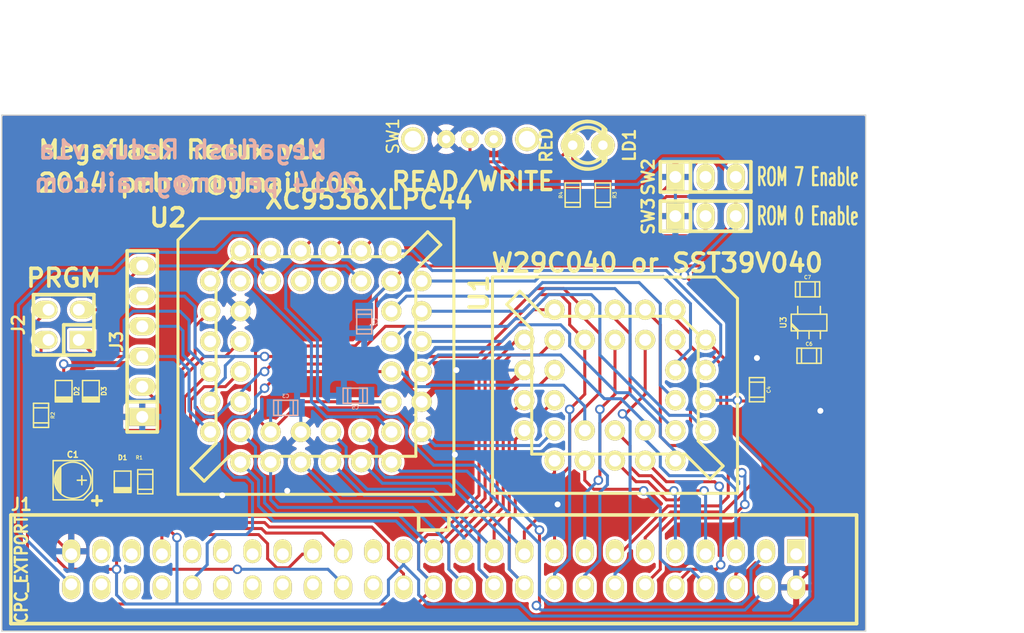
<source format=kicad_pcb>
(kicad_pcb (version 20221018) (generator pcbnew)
  (title_block (title "Megaflash redux") (date "Friday, 18 April 2014") (company "James Churchill (pelrun)") (comment 2 "wubba lubba dub dubs!"))
  (layers (0 "F.Cu" signal) (31 "B.Cu" signal) (34 "B.Paste" user) (35 "F.Paste" user) (36 "B.SilkS" user) (37 "F.SilkS" user) (38 "B.Mask" user) (39 "F.Mask" user) (44 "Edge.Cuts" user))
  (net 0 "")
  (net 1 "+3.3V")
  (net 2 "/A0")
  (net 3 "/A1")
  (net 4 "/A10")
  (net 5 "/A11")
  (net 6 "/A12")
  (net 7 "/A13")
  (net 8 "/A14")
  (net 9 "/A14EXT")
  (net 10 "/A15")
  (net 11 "/A15EXT")
  (net 12 "/A16")
  (net 13 "/A17")
  (net 14 "/A18")
  (net 15 "/A2")
  (net 16 "/A3")
  (net 17 "/A4")
  (net 18 "/A5")
  (net 19 "/A6")
  (net 20 "/A7")
  (net 21 "/A8")
  (net 22 "/A9")
  (net 23 "/CLK")
  (net 24 "/D0")
  (net 25 "/D1")
  (net 26 "/D2")
  (net 27 "/D3")
  (net 28 "/D4")
  (net 29 "/D5")
  (net 30 "/D6")
  (net 31 "/D7")
  (net 32 "/ROM0EN")
  (net 33 "/ROM7EN")
  (net 34 "/ROMDIS")
  (net 35 "/~{CE}")
  (net 36 "/~{IORQ}")
  (net 37 "/~{MREQ}")
  (net 38 "/~{RD}")
  (net 39 "/~{RD}WR")
  (net 40 "/~{ROMEN}")
  (net 41 "/~{WR}")
  (net 42 "/~{WREN}")
  (net 43 "GND")
  (net 44 "N-000001")
  (net 45 "N-0000031")
  (net 46 "N-0000034")
  (net 47 "N-0000037")
  (net 48 "N-0000039")
  (net 49 "N-0000041")
  (net 50 "N-0000042")
  (net 51 "N-0000043")
  (net 52 "N-0000044")
  (net 53 "N-0000045")
  (net 54 "N-0000046")
  (net 55 "N-0000047")
  (net 56 "N-0000048")
  (net 57 "N-0000049")
  (net 58 "N-0000050")
  (net 59 "N-0000051")
  (net 60 "N-0000052")
  (net 61 "N-0000053")
  (net 62 "N-0000054")
  (net 63 "N-0000055")
  (net 64 "N-0000056")
  (net 65 "N-0000059")
  (net 66 "N-0000060")
  (net 67 "N-0000061")
  (net 68 "N-0000062")
  (net 69 "N-0000063")
  (net 70 "N-0000069")
  (net 71 "N-0000070")
  (net 72 "N-0000073")
  (net 73 "VCC")
  (footprint "c_elec_3x5.3" (layer "F.Cu") (at 78.867 139.827)
    (fp_text reference "C1")
    (fp_text value "100u" hide)
  )
  (footprint "vasch_strip_25x2" (layer "F.Cu") (at 109.22 147.32 180)
    (fp_text reference "J1")
    (fp_text value "CPC_EXTPORT")
  )
  (footprint "r_0805" (layer "F.Cu") (at 84.963 139.954 -90)
    (fp_text reference "R1")
    (fp_text value "1k" hide)
  )
  (footprint "r_0805" (layer "F.Cu") (at 123.444 115.824 -90)
    (fp_text reference "R3")
    (fp_text value "1k" hide)
  )
  (footprint "plcc32_pth-skt" (layer "F.Cu") (at 124.46 131.826 90)
    (fp_text reference "U1")
    (fp_text value "W29C040 or SST39V040")
  )
  (footprint "c_0805" (layer "F.Cu") (at 136.398 132.207 -90)
    (fp_text reference "C4")
    (fp_text value "10n" hide)
  )
  (footprint "sod323" (layer "F.Cu") (at 83.058 139.954 -90)
    (fp_text reference "D1")
    (fp_text value "DIODE" hide)
  )
  (footprint "pin_strip_3" (layer "F.Cu") (at 132.08 114.3)
    (fp_text reference "SW2")
    (fp_text value "ROM0ENABLE" hide)
  )
  (footprint "pin_strip_3" (layer "F.Cu") (at 132.08 117.602)
    (fp_text reference "SW3")
    (fp_text value "ROM7ENABLE" hide)
  )
  (footprint "plcc44_pth-skt" (layer "F.Cu") (at 99.314 129.413 180)
    (fp_text reference "U2")
    (fp_text value "XC9536XLPC44")
  )
  (footprint "sod323" (layer "F.Cu") (at 78.105 132.334 -90)
    (fp_text reference "D2")
    (fp_text value "DIODE" hide)
  )
  (footprint "sod323" (layer "F.Cu") (at 80.391 132.334 -90)
    (fp_text reference "D3")
    (fp_text value "DIODE" hide)
  )
  (footprint "pin_strip_2x2" (layer "F.Cu") (at 78.105 126.746 90)
    (fp_text reference "J2")
    (fp_text value "PROG" hide)
  )
  (footprint "r_0805" (layer "F.Cu") (at 76.2 134.366 -90)
    (fp_text reference "R2")
    (fp_text value "10k" hide)
  )
  (footprint "led_3mm_red" (layer "F.Cu") (at 122.174 111.633 90)
    (fp_text reference "LD1")
    (fp_text value "RED")
  )
  (footprint "pin_strip_6" (layer "F.Cu") (at 84.709 128.143 90)
    (fp_text reference "J3")
    (fp_text value "JTAG" hide)
  )
  (footprint "switch-eg1213-spdt" (layer "F.Cu") (at 112.268 111.125)
    (fp_text reference "SW1")
    (fp_text value "~{READ}/WRITE" hide)
  )
  (footprint "r_0805" (layer "F.Cu") (at 120.904 115.824 90)
    (fp_text reference "R4")
    (fp_text value "10k" hide)
  )
  (footprint "c_0805" (layer "F.Cu") (at 140.7795 129.3495)
    (fp_text reference "C6")
    (fp_text value "1u" hide)
  )
  (footprint "c_0805" (layer "F.Cu") (at 140.6525 123.7615 180)
    (fp_text reference "C7")
    (fp_text value "1u" hide)
  )
  (footprint "sot23-5" (layer "F.Cu") (at 140.7795 126.5555)
    (fp_text reference "U3")
    (fp_text value "TLV70033" hide)
  )
  (footprint "c_0805" (layer "B.Cu") (at 103.378 126.492 90)
    (fp_text reference "C2")
    (fp_text value "10n" hide)
  )
  (footprint "c_0805" (layer "B.Cu") (at 96.774 133.731 180)
    (fp_text reference "C3")
    (fp_text value "10n" hide)
  )
  (footprint "c_0805" (layer "B.Cu") (at 102.616 132.715)
    (fp_text reference "C5")
    (fp_text value "10n" hide)
  )
  (gr_line (start 72.898 109.093) (end 145.542 109.093) (stroke (width 0.1)) (layer "Edge.Cuts"))
  (gr_line (start 145.542 152.527) (end 72.898 152.527) (stroke (width 0.1)) (layer "Edge.Cuts"))
  (gr_line (start 145.542 109.093) (end 145.542 152.527) (stroke (width 0.1)) (layer "Edge.Cuts"))
  (gr_line (start 72.898 152.527) (end 72.898 109.093) (stroke (width 0.1)) (layer "Edge.Cuts"))
  (gr_text "2014 pelrun@gmail.com" (at 103.251 114.808) (layer "B.SilkS") (effects (font (size 1.5 1.5) (thickness 0.3)) (justify left mirror)))
  (gr_text "Megaflash Redux v1a" (at 75.819 112.014) (layer "B.SilkS") (effects (font (size 1.5 1.5) (thickness 0.3)) (justify right mirror)))
  (gr_text "2014 pelrun@gmail.com" (at 75.819 114.808) (layer "F.SilkS") (effects (font (size 1.5 1.5) (thickness 0.3)) (justify left)))
  (gr_text "+" (at 80.899 141.478) (layer "F.SilkS") (effects (font (size 1 1) (thickness 0.25))))
  (gr_text "READ/WRITE" (at 112.522 114.681) (layer "F.SilkS") (effects (font (size 1.5 1.5) (thickness 0.3))))
  (gr_text "ROM 0 Enable" (at 136.271 117.602) (layer "F.SilkS") (effects (font (size 1.5 0.8) (thickness 0.2)) (justify left)))
  (gr_text "PRGM" (at 78.105 122.809) (layer "F.SilkS") (effects (font (size 1.5 1.5) (thickness 0.3))))
  (gr_text "Megaflash Redux v1a" (at 75.819 112.014) (layer "F.SilkS") (effects (font (size 1.5 1.5) (thickness 0.3)) (justify left)))
  (gr_text "ROM 7 Enable" (at 136.271 114.3) (layer "F.SilkS") (effects (font (size 1.5 0.8) (thickness 0.2)) (justify left)))
  (segment (start 94.234 134.493) (end 95.504 135.763) (width 0.254) (layer "F.Cu") (net 1))
  (segment (start 98.044 133.223) (end 105.664 133.223) (width 0.254) (layer "F.Cu") (net 1))
  (segment (start 139.827 123.8885) (end 139.7 123.7615) (width 0.254) (layer "F.Cu") (net 1))
  (segment (start 137.7315 121.793) (end 106.934 121.793) (width 0.254) (layer "F.Cu") (net 1))
  (segment (start 106.934 121.793) (end 105.664 123.063) (width 0.254) (layer "F.Cu") (net 1))
  (segment (start 104.394 124.333) (end 104.394 126.746) (width 0.254) (layer "F.Cu") (net 1))
  (segment (start 104.394 126.746) (end 102.616 128.524) (width 0.254) (layer "F.Cu") (net 1))
  (segment (start 102.616 128.524) (end 94.742 128.524) (width 0.254) (layer "F.Cu") (net 1))
  (segment (start 94.742 128.524) (end 94.234 129.032) (width 0.254) (layer "F.Cu") (net 1))
  (segment (start 94.234 129.032) (end 94.234 134.493) (width 0.254) (layer "F.Cu") (net 1))
  (segment (start 105.664 123.063) (end 104.394 124.333) (width 0.254) (layer "F.Cu") (net 1))
  (segment (start 139.827 125.49886) (end 139.827 123.8885) (width 0.254) (layer "F.Cu") (net 1))
  (segment (start 95.504 135.763) (end 98.044 133.223) (width 0.254) (layer "F.Cu") (net 1))
  (segment (start 139.7 123.7615) (end 137.7315 121.793) (width 0.254) (layer "F.Cu") (net 1))
  (segment (start 95.504 134.0485) (end 95.8215 133.731) (width 0.254) (layer "B.Cu") (net 1))
  (segment (start 103.378 125.349) (end 103.378 125.5395) (width 0.254) (layer "B.Cu") (net 1))
  (segment (start 104.0765 133.223) (end 103.5685 132.715) (width 0.254) (layer "B.Cu") (net 1))
  (segment (start 105.664 133.223) (end 104.0765 133.223) (width 0.254) (layer "B.Cu") (net 1))
  (segment (start 105.664 123.063) (end 103.378 125.349) (width 0.254) (layer "B.Cu") (net 1))
  (segment (start 95.504 135.763) (end 95.504 134.0485) (width 0.254) (layer "B.Cu") (net 1))
  (segment (start 120.65 133.858) (end 121.92 132.588) (width 0.254) (layer "F.Cu") (net 2))
  (segment (start 120.65 126.746) (end 120.65 124.968) (width 0.254) (layer "F.Cu") (net 2))
  (segment (start 120.65 124.968) (end 119.888 124.206) (width 0.254) (layer "F.Cu") (net 2))
  (segment (start 119.888 124.206) (end 118.11 124.206) (width 0.254) (layer "F.Cu") (net 2))
  (segment (start 118.11 124.206) (end 112.903 129.413) (width 0.254) (layer "F.Cu") (net 2))
  (segment (start 105.156 129.413) (end 112.903 129.413) (width 0.254) (layer "F.Cu") (net 2))
  (segment (start 95.631 130.048) (end 103.632 130.048) (width 0.254) (layer "F.Cu") (net 2))
  (segment (start 103.632 130.048) (end 104.267 129.413) (width 0.254) (layer "F.Cu") (net 2))
  (segment (start 104.267 129.413) (end 105.156 129.413) (width 0.254) (layer "F.Cu") (net 2))
  (segment (start 94.996 130.683) (end 95.631 130.048) (width 0.254) (layer "F.Cu") (net 2))
  (segment (start 121.92 132.588) (end 121.92 128.016) (width 0.254) (layer "F.Cu") (net 2))
  (segment (start 121.92 128.016) (end 120.65 126.746) (width 0.254) (layer "F.Cu") (net 2))
  (via (at 120.65 133.858) (size 0.8) (drill 0.5) (layers "F.Cu" "B.Cu") (net 2))
  (via (at 94.996 130.683) (size 0.8) (drill 0.5) (layers "F.Cu" "B.Cu") (net 2))
  (segment (start 119.38 147.701) (end 120.65 146.431) (width 0.254) (layer "B.Cu") (net 2))
  (segment (start 92.964 132.461) (end 94.742 130.683) (width 0.254) (layer "B.Cu") (net 2))
  (segment (start 94.742 130.683) (end 94.996 130.683) (width 0.254) (layer "B.Cu") (net 2))
  (segment (start 92.202 133.223) (end 90.932 134.493) (width 0.254) (layer "B.Cu") (net 2))
  (segment (start 90.932 134.493) (end 89.916 134.493) (width 0.254) (layer "B.Cu") (net 2))
  (segment (start 89.916 134.493) (end 89.154 133.731) (width 0.254) (layer "B.Cu") (net 2))
  (segment (start 89.154 133.731) (end 89.154 130.302) (width 0.254) (layer "B.Cu") (net 2))
  (segment (start 89.154 130.302) (end 88.138 129.286) (width 0.254) (layer "B.Cu") (net 2))
  (segment (start 88.138 129.286) (end 88.138 127.254) (width 0.254) (layer "B.Cu") (net 2))
  (segment (start 88.138 127.254) (end 87.757 126.873) (width 0.254) (layer "B.Cu") (net 2))
  (segment (start 87.757 126.873) (end 84.709 126.873) (width 0.254) (layer "B.Cu") (net 2))
  (segment (start 92.964 133.223) (end 92.964 132.461) (width 0.254) (layer "B.Cu") (net 2))
  (segment (start 120.65 146.431) (end 120.65 133.858) (width 0.254) (layer "B.Cu") (net 2))
  (segment (start 92.964 133.223) (end 92.202 133.223) (width 0.254) (layer "B.Cu") (net 2))
  (segment (start 119.38 148.59) (end 119.38 147.701) (width 0.254) (layer "B.Cu") (net 2))
  (segment (start 121.92 126.238) (end 123.19 127.508) (width 0.254) (layer "F.Cu") (net 3))
  (segment (start 123.19 127.508) (end 123.19 132.461) (width 0.254) (layer "F.Cu") (net 3))
  (segment (start 123.19 132.461) (end 120.65 135.001) (width 0.254) (layer "F.Cu") (net 3))
  (segment (start 120.65 135.001) (end 120.65 138.684) (width 0.254) (layer "F.Cu") (net 3))
  (segment (start 118.491 140.843) (end 120.65 138.684) (width 0.254) (layer "F.Cu") (net 3))
  (segment (start 120.142 123.698) (end 117.856 123.698) (width 0.254) (layer "F.Cu") (net 3))
  (segment (start 117.856 123.698) (end 114.681 126.873) (width 0.254) (layer "F.Cu") (net 3))
  (segment (start 118.491 143.256) (end 118.491 140.843) (width 0.254) (layer "F.Cu") (net 3))
  (segment (start 119.38 144.145) (end 118.491 143.256) (width 0.254) (layer "F.Cu") (net 3))
  (segment (start 102.616 129.413) (end 105.156 126.873) (width 0.254) (layer "F.Cu") (net 3))
  (segment (start 105.156 126.873) (end 114.681 126.873) (width 0.254) (layer "F.Cu") (net 3))
  (segment (start 94.996 129.413) (end 102.616 129.413) (width 0.254) (layer "F.Cu") (net 3))
  (segment (start 121.92 125.476) (end 120.142 123.698) (width 0.254) (layer "F.Cu") (net 3))
  (segment (start 119.38 146.05) (end 119.38 144.145) (width 0.254) (layer "F.Cu") (net 3))
  (segment (start 121.92 126.238) (end 121.92 125.476) (width 0.254) (layer "F.Cu") (net 3))
  (via (at 94.996 129.413) (size 0.8) (drill 0.5) (layers "F.Cu" "B.Cu") (net 3))
  (segment (start 90.424 132.461) (end 91.694 131.191) (width 0.254) (layer "B.Cu") (net 3))
  (segment (start 91.694 131.191) (end 91.694 130.175) (width 0.254) (layer "B.Cu") (net 3))
  (segment (start 91.694 130.175) (end 92.456 129.413) (width 0.254) (layer "B.Cu") (net 3))
  (segment (start 92.456 129.413) (end 94.996 129.413) (width 0.254) (layer "B.Cu") (net 3))
  (segment (start 89.916 129.413) (end 89.154 128.651) (width 0.254) (layer "B.Cu") (net 3))
  (segment (start 89.154 128.651) (end 89.154 125.222) (width 0.254) (layer "B.Cu") (net 3))
  (segment (start 89.154 125.222) (end 88.265 124.333) (width 0.254) (layer "B.Cu") (net 3))
  (segment (start 88.265 124.333) (end 84.709 124.333) (width 0.254) (layer "B.Cu") (net 3))
  (segment (start 90.424 133.223) (end 90.424 132.461) (width 0.254) (layer "B.Cu") (net 3))
  (segment (start 92.456 129.413) (end 89.916 129.413) (width 0.254) (layer "B.Cu") (net 3))
  (segment (start 121.92 139.827) (end 122.682 140.589) (width 0.254) (layer "F.Cu") (net 4))
  (segment (start 122.682 140.589) (end 126.746 140.589) (width 0.254) (layer "F.Cu") (net 4))
  (segment (start 126.873 140.716) (end 126.746 140.589) (width 0.254) (layer "F.Cu") (net 4))
  (segment (start 121.92 138.176) (end 121.92 139.827) (width 0.254) (layer "F.Cu") (net 4))
  (via (at 126.873 140.716) (size 0.8) (drill 0.5) (layers "F.Cu" "B.Cu") (net 4))
  (segment (start 129.159 147.32) (end 128.27 146.431) (width 0.254) (layer "B.Cu") (net 4))
  (segment (start 128.27 146.431) (end 128.27 142.113) (width 0.254) (layer "B.Cu") (net 4))
  (segment (start 128.27 142.113) (end 126.873 140.716) (width 0.254) (layer "B.Cu") (net 4))
  (segment (start 130.81 147.32) (end 129.159 147.32) (width 0.254) (layer "B.Cu") (net 4))
  (segment (start 132.08 148.59) (end 130.81 147.32) (width 0.254) (layer "B.Cu") (net 4))
  (segment (start 126.238 139.954) (end 127.254 139.954) (width 0.254) (layer "F.Cu") (net 5))
  (segment (start 127.254 139.954) (end 128.778 141.478) (width 0.254) (layer "F.Cu") (net 5))
  (segment (start 128.778 141.478) (end 129.794 141.478) (width 0.254) (layer "F.Cu") (net 5))
  (segment (start 129.794 141.478) (end 130.556 140.716) (width 0.254) (layer "F.Cu") (net 5))
  (segment (start 130.556 140.716) (end 131.953 140.716) (width 0.254) (layer "F.Cu") (net 5))
  (segment (start 126.238 139.954) (end 124.46 138.176) (width 0.254) (layer "F.Cu") (net 5))
  (via (at 131.953 140.716) (size 0.8) (drill 0.5) (layers "F.Cu" "B.Cu") (net 5))
  (segment (start 132.08 140.843) (end 131.953 140.716) (width 0.254) (layer "B.Cu") (net 5))
  (segment (start 132.08 146.05) (end 132.08 140.843) (width 0.254) (layer "B.Cu") (net 5))
  (segment (start 134.62 147.701) (end 135.89 146.431) (width 0.254) (layer "F.Cu") (net 6))
  (segment (start 136.398 138.557) (end 133.858 136.017) (width 0.254) (layer "F.Cu") (net 6))
  (segment (start 133.858 136.017) (end 133.858 129.794) (width 0.254) (layer "F.Cu") (net 6))
  (segment (start 133.858 129.794) (end 132.08 128.016) (width 0.254) (layer "F.Cu") (net 6))
  (segment (start 136.398 144.272) (end 136.398 138.557) (width 0.254) (layer "F.Cu") (net 6))
  (segment (start 135.89 144.78) (end 136.398 144.272) (width 0.254) (layer "F.Cu") (net 6))
  (segment (start 134.62 148.59) (end 134.62 147.701) (width 0.254) (layer "F.Cu") (net 6))
  (segment (start 135.89 146.431) (end 135.89 144.78) (width 0.254) (layer "F.Cu") (net 6))
  (segment (start 128.27 138.684) (end 129.032 139.446) (width 0.254) (layer "B.Cu") (net 7))
  (segment (start 129.032 139.446) (end 133.477 139.446) (width 0.254) (layer "B.Cu") (net 7))
  (segment (start 133.477 139.446) (end 134.62 140.589) (width 0.254) (layer "B.Cu") (net 7))
  (segment (start 119.888 129.286) (end 109.601 129.286) (width 0.254) (layer "B.Cu") (net 7))
  (segment (start 109.601 129.286) (end 108.204 130.683) (width 0.254) (layer "B.Cu") (net 7))
  (segment (start 127 136.398) (end 128.27 137.668) (width 0.254) (layer "B.Cu") (net 7))
  (segment (start 128.27 137.668) (end 128.27 138.684) (width 0.254) (layer "B.Cu") (net 7))
  (segment (start 123.571 132.969) (end 124.968 132.969) (width 0.254) (layer "B.Cu") (net 7))
  (segment (start 127 135.001) (end 124.968 132.969) (width 0.254) (layer "B.Cu") (net 7))
  (segment (start 127 135.636) (end 127 135.001) (width 0.254) (layer "B.Cu") (net 7))
  (segment (start 134.62 146.05) (end 134.62 140.589) (width 0.254) (layer "B.Cu") (net 7))
  (segment (start 119.888 129.286) (end 123.571 132.969) (width 0.254) (layer "B.Cu") (net 7))
  (segment (start 127 135.636) (end 127 136.398) (width 0.254) (layer "B.Cu") (net 7))
  (segment (start 129.54 137.414) (end 128.27 136.144) (width 0.254) (layer "B.Cu") (net 8))
  (segment (start 120.65 127.508) (end 119.888 126.746) (width 0.254) (layer "B.Cu") (net 8))
  (segment (start 119.888 126.746) (end 116.332 126.746) (width 0.254) (layer "B.Cu") (net 8))
  (segment (start 120.65 128.524) (end 124.587 132.461) (width 0.254) (layer "B.Cu") (net 8))
  (segment (start 128.27 135.128) (end 125.603 132.461) (width 0.254) (layer "B.Cu") (net 8))
  (segment (start 125.603 132.461) (end 124.587 132.461) (width 0.254) (layer "B.Cu") (net 8))
  (segment (start 114.935 128.143) (end 116.332 126.746) (width 0.254) (layer "B.Cu") (net 8))
  (segment (start 128.27 136.144) (end 128.27 135.128) (width 0.254) (layer "B.Cu") (net 8))
  (segment (start 108.204 128.143) (end 114.935 128.143) (width 0.254) (layer "B.Cu") (net 8))
  (segment (start 120.65 127.508) (end 120.65 128.524) (width 0.254) (layer "B.Cu") (net 8))
  (segment (start 129.54 138.176) (end 129.54 137.414) (width 0.254) (layer "B.Cu") (net 8))
  (segment (start 117.856 150.368) (end 118.11 150.114) (width 0.254) (layer "F.Cu") (net 9))
  (segment (start 118.11 150.114) (end 118.11 144.018) (width 0.254) (layer "F.Cu") (net 9))
  (via (at 118.11 144.018) (size 0.8) (drill 0.5) (layers "F.Cu" "B.Cu") (net 9))
  (via (at 117.856 150.368) (size 0.8) (drill 0.5) (layers "F.Cu" "B.Cu") (net 9))
  (segment (start 137.16 148.971) (end 135.382 150.749) (width 0.254) (layer "B.Cu") (net 9))
  (segment (start 135.382 150.749) (end 118.237 150.749) (width 0.254) (layer "B.Cu") (net 9))
  (segment (start 118.237 150.749) (end 117.856 150.368) (width 0.254) (layer "B.Cu") (net 9))
  (segment (start 118.11 144.018) (end 112.649 138.557) (width 0.254) (layer "B.Cu") (net 9))
  (segment (start 106.934 135.255) (end 106.172 134.493) (width 0.254) (layer "B.Cu") (net 9))
  (segment (start 106.172 134.493) (end 105.156 134.493) (width 0.254) (layer "B.Cu") (net 9))
  (segment (start 105.156 134.493) (end 104.5845 133.9215) (width 0.254) (layer "B.Cu") (net 9))
  (segment (start 101.854 121.793) (end 97.536 121.793) (width 0.254) (layer "B.Cu") (net 9))
  (segment (start 97.536 121.793) (end 96.774 122.555) (width 0.254) (layer "B.Cu") (net 9))
  (segment (start 96.774 125.349) (end 99.441 128.016) (width 0.254) (layer "B.Cu") (net 9))
  (segment (start 100.3935 133.9215) (end 99.441 132.969) (width 0.254) (layer "B.Cu") (net 9))
  (segment (start 99.441 132.969) (end 99.441 128.016) (width 0.254) (layer "B.Cu") (net 9))
  (segment (start 109.22 138.557) (end 112.649 138.557) (width 0.254) (layer "B.Cu") (net 9))
  (segment (start 104.5845 133.9215) (end 100.3935 133.9215) (width 0.254) (layer "B.Cu") (net 9))
  (segment (start 106.934 136.271) (end 106.934 135.255) (width 0.254) (layer "B.Cu") (net 9))
  (segment (start 103.124 123.063) (end 101.854 121.793) (width 0.254) (layer "B.Cu") (net 9))
  (segment (start 106.934 136.271) (end 109.22 138.557) (width 0.254) (layer "B.Cu") (net 9))
  (segment (start 137.16 148.59) (end 137.16 148.971) (width 0.254) (layer "B.Cu") (net 9))
  (segment (start 96.774 122.555) (end 96.774 125.349) (width 0.254) (layer "B.Cu") (net 9))
  (segment (start 129.54 130.048) (end 130.81 128.778) (width 0.254) (layer "B.Cu") (net 10))
  (segment (start 130.81 128.778) (end 130.81 124.968) (width 0.254) (layer "B.Cu") (net 10))
  (segment (start 130.81 124.968) (end 128.524 122.682) (width 0.254) (layer "B.Cu") (net 10))
  (segment (start 128.524 122.682) (end 118.11 122.682) (width 0.254) (layer "B.Cu") (net 10))
  (segment (start 117.729 123.063) (end 118.11 122.682) (width 0.254) (layer "B.Cu") (net 10))
  (segment (start 129.54 130.556) (end 129.54 130.048) (width 0.254) (layer "B.Cu") (net 10))
  (segment (start 108.204 123.063) (end 117.729 123.063) (width 0.254) (layer "B.Cu") (net 10))
  (segment (start 118.11 149.479) (end 118.872 150.241) (width 0.254) (layer "B.Cu") (net 11))
  (segment (start 118.872 150.241) (end 135.128 150.241) (width 0.254) (layer "B.Cu") (net 11))
  (segment (start 135.128 150.241) (end 135.89 149.479) (width 0.254) (layer "B.Cu") (net 11))
  (segment (start 135.89 149.479) (end 135.89 147.32) (width 0.254) (layer "B.Cu") (net 11))
  (segment (start 137.16 146.05) (end 135.89 147.32) (width 0.254) (layer "B.Cu") (net 11))
  (segment (start 112.014 139.065) (end 106.426 139.065) (width 0.254) (layer "B.Cu") (net 11))
  (segment (start 106.426 139.065) (end 105.664 138.303) (width 0.254) (layer "B.Cu") (net 11))
  (segment (start 118.11 145.161) (end 112.014 139.065) (width 0.254) (layer "B.Cu") (net 11))
  (segment (start 118.11 149.479) (end 118.11 145.161) (width 0.254) (layer "B.Cu") (net 11))
  (segment (start 133.35 129.286) (end 133.35 126.746) (width 0.254) (layer "B.Cu") (net 12))
  (segment (start 133.35 126.746) (end 128.778 122.174) (width 0.254) (layer "B.Cu") (net 12))
  (segment (start 107.442 120.523) (end 109.093 122.174) (width 0.254) (layer "B.Cu") (net 12))
  (segment (start 109.093 122.174) (end 128.778 122.174) (width 0.254) (layer "B.Cu") (net 12))
  (segment (start 132.08 130.556) (end 133.35 129.286) (width 0.254) (layer "B.Cu") (net 12))
  (segment (start 105.664 120.523) (end 107.442 120.523) (width 0.254) (layer "B.Cu") (net 12))
  (segment (start 130.81 134.366) (end 129.032 134.366) (width 0.254) (layer "B.Cu") (net 13))
  (segment (start 129.032 134.366) (end 125.73 131.064) (width 0.254) (layer "B.Cu") (net 13))
  (segment (start 125.73 124.968) (end 124.46 123.698) (width 0.254) (layer "B.Cu") (net 13))
  (segment (start 124.46 123.698) (end 118.618 123.698) (width 0.254) (layer "B.Cu") (net 13))
  (segment (start 116.713 125.603) (end 118.618 123.698) (width 0.254) (layer "B.Cu") (net 13))
  (segment (start 108.204 125.603) (end 116.713 125.603) (width 0.254) (layer "B.Cu") (net 13))
  (segment (start 125.73 131.064) (end 125.73 124.968) (width 0.254) (layer "B.Cu") (net 13))
  (segment (start 132.08 135.636) (end 130.81 134.366) (width 0.254) (layer "B.Cu") (net 13))
  (segment (start 128.27 131.826) (end 128.27 124.968) (width 0.254) (layer "B.Cu") (net 14))
  (segment (start 128.27 124.968) (end 126.492 123.19) (width 0.254) (layer "B.Cu") (net 14))
  (segment (start 126.492 123.19) (end 118.364 123.19) (width 0.254) (layer "B.Cu") (net 14))
  (segment (start 106.934 124.333) (end 105.664 125.603) (width 0.254) (layer "B.Cu") (net 14))
  (segment (start 117.221 124.333) (end 118.364 123.19) (width 0.254) (layer "B.Cu") (net 14))
  (segment (start 129.54 133.096) (end 128.27 131.826) (width 0.254) (layer "B.Cu") (net 14))
  (segment (start 106.934 124.333) (end 117.221 124.333) (width 0.254) (layer "B.Cu") (net 14))
  (segment (start 124.46 132.588) (end 123.19 133.858) (width 0.254) (layer "F.Cu") (net 15))
  (segment (start 124.46 128.016) (end 124.46 132.588) (width 0.254) (layer "F.Cu") (net 15))
  (via (at 123.19 133.858) (size 0.8) (drill 0.5) (layers "F.Cu" "B.Cu") (net 15))
  (segment (start 121.92 147.828) (end 123.19 146.558) (width 0.254) (layer "B.Cu") (net 15))
  (segment (start 123.19 133.858) (end 123.19 138.811) (width 0.254) (layer "B.Cu") (net 15))
  (segment (start 123.825 139.446) (end 123.825 140.208) (width 0.254) (layer "B.Cu") (net 15))
  (segment (start 123.19 140.843) (end 123.825 140.208) (width 0.254) (layer "B.Cu") (net 15))
  (segment (start 123.19 138.811) (end 123.825 139.446) (width 0.254) (layer "B.Cu") (net 15))
  (segment (start 123.19 146.558) (end 123.19 140.843) (width 0.254) (layer "B.Cu") (net 15))
  (segment (start 121.92 148.59) (end 121.92 147.828) (width 0.254) (layer "B.Cu") (net 15))
  (segment (start 124.46 126.238) (end 125.73 127.508) (width 0.254) (layer "F.Cu") (net 16))
  (segment (start 125.73 127.508) (end 125.73 132.461) (width 0.254) (layer "F.Cu") (net 16))
  (segment (start 125.73 132.461) (end 123.19 135.001) (width 0.254) (layer "F.Cu") (net 16))
  (segment (start 123.19 135.001) (end 123.19 139.7) (width 0.254) (layer "F.Cu") (net 16))
  (segment (start 123.19 139.7) (end 123.063 139.827) (width 0.254) (layer "F.Cu") (net 16))
  (segment (start 124.46 125.476) (end 124.46 126.238) (width 0.254) (layer "F.Cu") (net 16))
  (via (at 123.063 139.827) (size 0.8) (drill 0.5) (layers "F.Cu" "B.Cu") (net 16))
  (segment (start 121.92 140.97) (end 123.063 139.827) (width 0.254) (layer "B.Cu") (net 16))
  (segment (start 121.92 146.05) (end 121.92 140.97) (width 0.254) (layer "B.Cu") (net 16))
  (segment (start 125.349 134.239) (end 125.095 134.239) (width 0.254) (layer "F.Cu") (net 17))
  (segment (start 127 128.016) (end 127 132.588) (width 0.254) (layer "F.Cu") (net 17))
  (segment (start 127 132.588) (end 125.349 134.239) (width 0.254) (layer "F.Cu") (net 17))
  (via (at 125.095 134.239) (size 0.8) (drill 0.5) (layers "F.Cu" "B.Cu") (net 17))
  (segment (start 124.46 147.701) (end 125.73 146.431) (width 0.254) (layer "B.Cu") (net 17))
  (segment (start 125.095 134.239) (end 125.73 134.874) (width 0.254) (layer "B.Cu") (net 17))
  (segment (start 125.73 146.431) (end 125.73 134.874) (width 0.254) (layer "B.Cu") (net 17))
  (segment (start 124.46 148.59) (end 124.46 147.701) (width 0.254) (layer "B.Cu") (net 17))
  (segment (start 133.223 141.986) (end 128.905 141.986) (width 0.254) (layer "F.Cu") (net 18))
  (segment (start 128.905 141.986) (end 124.841 146.05) (width 0.254) (layer "F.Cu") (net 18))
  (segment (start 128.27 126.746) (end 128.27 136.144) (width 0.254) (layer "F.Cu") (net 18))
  (segment (start 128.27 136.144) (end 129.032 136.906) (width 0.254) (layer "F.Cu") (net 18))
  (segment (start 129.032 136.906) (end 130.048 136.906) (width 0.254) (layer "F.Cu") (net 18))
  (segment (start 130.048 136.906) (end 132.08 138.938) (width 0.254) (layer "F.Cu") (net 18))
  (segment (start 132.08 138.938) (end 133.731 138.938) (width 0.254) (layer "F.Cu") (net 18))
  (segment (start 133.731 138.938) (end 133.985 139.192) (width 0.254) (layer "F.Cu") (net 18))
  (segment (start 133.985 139.192) (end 133.985 141.224) (width 0.254) (layer "F.Cu") (net 18))
  (segment (start 133.985 141.224) (end 133.223 141.986) (width 0.254) (layer "F.Cu") (net 18))
  (segment (start 124.841 146.05) (end 124.46 146.05) (width 0.254) (layer "F.Cu") (net 18))
  (segment (start 127 125.476) (end 128.27 126.746) (width 0.254) (layer "F.Cu") (net 18))
  (segment (start 127 148.59) (end 128.27 147.32) (width 0.254) (layer "F.Cu") (net 19))
  (segment (start 128.27 144.145) (end 129.413 143.002) (width 0.254) (layer "F.Cu") (net 19))
  (segment (start 129.413 143.002) (end 134.239 143.002) (width 0.254) (layer "F.Cu") (net 19))
  (segment (start 134.239 143.002) (end 135.382 141.859) (width 0.254) (layer "F.Cu") (net 19))
  (segment (start 129.54 128.778) (end 130.81 130.048) (width 0.254) (layer "F.Cu") (net 19))
  (segment (start 130.81 130.048) (end 130.81 136.144) (width 0.254) (layer "F.Cu") (net 19))
  (segment (start 130.81 136.144) (end 131.572 136.906) (width 0.254) (layer "F.Cu") (net 19))
  (segment (start 132.842 136.906) (end 135.128 139.192) (width 0.254) (layer "F.Cu") (net 19))
  (segment (start 128.27 147.32) (end 128.27 144.145) (width 0.254) (layer "F.Cu") (net 19))
  (segment (start 131.572 136.906) (end 132.842 136.906) (width 0.254) (layer "F.Cu") (net 19))
  (segment (start 129.54 128.778) (end 129.54 128.016) (width 0.254) (layer "F.Cu") (net 19))
  (via (at 135.128 139.192) (size 0.8) (drill 0.5) (layers "F.Cu" "B.Cu") (net 19))
  (via (at 135.382 141.859) (size 0.8) (drill 0.5) (layers "F.Cu" "B.Cu") (net 19))
  (segment (start 135.382 139.446) (end 135.128 139.192) (width 0.254) (layer "B.Cu") (net 19))
  (segment (start 135.382 141.859) (end 135.382 139.446) (width 0.254) (layer "B.Cu") (net 19))
  (segment (start 129.54 126.238) (end 130.81 127.508) (width 0.254) (layer "F.Cu") (net 20))
  (segment (start 130.81 127.508) (end 130.81 128.524) (width 0.254) (layer "F.Cu") (net 20))
  (segment (start 130.81 128.524) (end 131.572 129.286) (width 0.254) (layer "F.Cu") (net 20))
  (segment (start 131.572 129.286) (end 132.588 129.286) (width 0.254) (layer "F.Cu") (net 20))
  (segment (start 127 144.653) (end 129.159 142.494) (width 0.254) (layer "F.Cu") (net 20))
  (segment (start 129.159 142.494) (end 133.604 142.494) (width 0.254) (layer "F.Cu") (net 20))
  (segment (start 133.604 142.494) (end 135.89 140.208) (width 0.254) (layer "F.Cu") (net 20))
  (segment (start 135.89 140.208) (end 135.89 138.811) (width 0.254) (layer "F.Cu") (net 20))
  (segment (start 135.89 138.811) (end 133.35 136.271) (width 0.254) (layer "F.Cu") (net 20))
  (segment (start 133.35 136.271) (end 133.35 130.048) (width 0.254) (layer "F.Cu") (net 20))
  (segment (start 133.35 130.048) (end 132.588 129.286) (width 0.254) (layer "F.Cu") (net 20))
  (segment (start 129.54 125.476) (end 129.54 126.238) (width 0.254) (layer "F.Cu") (net 20))
  (segment (start 127 146.05) (end 127 144.653) (width 0.254) (layer "F.Cu") (net 20))
  (segment (start 130.81 147.32) (end 132.969 147.32) (width 0.254) (layer "F.Cu") (net 21))
  (segment (start 132.969 147.32) (end 133.35 146.939) (width 0.254) (layer "F.Cu") (net 21))
  (segment (start 133.223 140.335) (end 132.842 139.954) (width 0.254) (layer "F.Cu") (net 21))
  (segment (start 132.842 139.954) (end 128.778 139.954) (width 0.254) (layer "F.Cu") (net 21))
  (segment (start 128.778 139.954) (end 127 138.176) (width 0.254) (layer "F.Cu") (net 21))
  (segment (start 129.54 148.59) (end 130.81 147.32) (width 0.254) (layer "F.Cu") (net 21))
  (via (at 133.35 146.939) (size 0.8) (drill 0.5) (layers "F.Cu" "B.Cu") (net 21))
  (via (at 133.223 140.335) (size 0.8) (drill 0.5) (layers "F.Cu" "B.Cu") (net 21))
  (segment (start 133.35 140.462) (end 133.223 140.335) (width 0.254) (layer "B.Cu") (net 21))
  (segment (start 133.35 146.939) (end 133.35 140.462) (width 0.254) (layer "B.Cu") (net 21))
  (segment (start 125.73 136.906) (end 124.46 135.636) (width 0.254) (layer "F.Cu") (net 22))
  (segment (start 127.508 139.446) (end 126.492 139.446) (width 0.254) (layer "F.Cu") (net 22))
  (segment (start 126.492 139.446) (end 125.73 138.684) (width 0.254) (layer "F.Cu") (net 22))
  (segment (start 125.73 138.684) (end 125.73 136.906) (width 0.254) (layer "F.Cu") (net 22))
  (segment (start 128.778 140.716) (end 129.413 140.716) (width 0.254) (layer "F.Cu") (net 22))
  (segment (start 127.508 139.446) (end 128.778 140.716) (width 0.254) (layer "F.Cu") (net 22))
  (via (at 129.413 140.716) (size 0.8) (drill 0.5) (layers "F.Cu" "B.Cu") (net 22))
  (segment (start 129.54 140.843) (end 129.413 140.716) (width 0.254) (layer "B.Cu") (net 22))
  (segment (start 129.54 146.05) (end 129.54 140.843) (width 0.254) (layer "B.Cu") (net 22))
  (segment (start 93.472 119.253) (end 94.234 120.015) (width 0.254) (layer "B.Cu") (net 23))
  (segment (start 94.234 120.015) (end 94.234 121.793) (width 0.254) (layer "B.Cu") (net 23))
  (segment (start 94.234 121.793) (end 94.234 120.015) (width 0.254) (layer "B.Cu") (net 23))
  (segment (start 94.234 120.015) (end 93.472 119.253) (width 0.254) (layer "B.Cu") (net 23))
  (segment (start 93.472 119.253) (end 92.329 119.253) (width 0.254) (layer "B.Cu") (net 23))
  (segment (start 92.329 119.253) (end 90.932 120.65) (width 0.254) (layer "B.Cu") (net 23))
  (segment (start 90.932 120.65) (end 84.201 120.65) (width 0.254) (layer "B.Cu") (net 23))
  (segment (start 76.835 122.555) (end 74.295 125.095) (width 0.254) (layer "B.Cu") (net 23))
  (segment (start 77.216 122.174) (end 82.296 122.174) (width 0.254) (layer "B.Cu") (net 23))
  (segment (start 82.296 122.174) (end 83.82 120.65) (width 0.254) (layer "B.Cu") (net 23))
  (segment (start 74.295 125.095) (end 74.295 144.145) (width 0.254) (layer "B.Cu") (net 23))
  (segment (start 76.835 122.555) (end 77.216 122.174) (width 0.254) (layer "B.Cu") (net 23))
  (segment (start 74.295 144.145) (end 78.74 148.59) (width 0.254) (layer "B.Cu") (net 23))
  (segment (start 95.504 123.063) (end 94.234 121.793) (width 0.254) (layer "B.Cu") (net 23))
  (segment (start 84.201 120.65) (end 83.82 120.65) (width 0.254) (layer "B.Cu") (net 23))
  (segment (start 108.712 144.399) (end 109.728 144.399) (width 0.254) (layer "F.Cu") (net 24))
  (segment (start 113.03 141.097) (end 113.03 130.048) (width 0.254) (layer "F.Cu") (net 24))
  (segment (start 113.03 130.048) (end 117.602 125.476) (width 0.254) (layer "F.Cu") (net 24))
  (segment (start 119.38 125.476) (end 117.602 125.476) (width 0.254) (layer "F.Cu") (net 24))
  (segment (start 107.95 147.32) (end 107.95 145.161) (width 0.254) (layer "F.Cu") (net 24))
  (segment (start 107.95 145.161) (end 108.712 144.399) (width 0.254) (layer "F.Cu") (net 24))
  (segment (start 109.22 148.844) (end 107.823 150.241) (width 0.254) (layer "F.Cu") (net 24))
  (segment (start 107.823 150.241) (end 78.232 150.241) (width 0.254) (layer "F.Cu") (net 24))
  (segment (start 75.057 127.254) (end 76.835 125.476) (width 0.254) (layer "F.Cu") (net 24))
  (segment (start 78.232 150.241) (end 75.057 147.066) (width 0.254) (layer "F.Cu") (net 24))
  (segment (start 109.22 148.59) (end 109.22 148.844) (width 0.254) (layer "F.Cu") (net 24))
  (segment (start 109.22 148.59) (end 107.95 147.32) (width 0.254) (layer "F.Cu") (net 24))
  (segment (start 109.728 144.399) (end 113.03 141.097) (width 0.254) (layer "F.Cu") (net 24))
  (segment (start 75.057 147.066) (end 75.057 127.254) (width 0.254) (layer "F.Cu") (net 24))
  (segment (start 107.95 147.32) (end 107.95 145.161) (width 0.254) (layer "B.Cu") (net 24))
  (segment (start 95.758 143.256) (end 106.045 143.256) (width 0.254) (layer "B.Cu") (net 24))
  (segment (start 106.045 143.256) (end 107.95 145.161) (width 0.254) (layer "B.Cu") (net 24))
  (segment (start 95.758 143.256) (end 94.488 141.986) (width 0.254) (layer "B.Cu") (net 24))
  (segment (start 94.488 141.986) (end 94.488 139.827) (width 0.254) (layer "B.Cu") (net 24))
  (segment (start 94.488 139.827) (end 92.964 138.303) (width 0.254) (layer "B.Cu") (net 24))
  (segment (start 109.22 148.59) (end 107.95 147.32) (width 0.254) (layer "B.Cu") (net 24))
  (segment (start 113.538 130.683) (end 116.205 128.016) (width 0.254) (layer "F.Cu") (net 25))
  (segment (start 116.205 128.016) (end 116.84 128.016) (width 0.254) (layer "F.Cu") (net 25))
  (segment (start 113.538 141.351) (end 113.538 130.683) (width 0.254) (layer "F.Cu") (net 25))
  (segment (start 109.22 145.669) (end 113.538 141.351) (width 0.254) (layer "F.Cu") (net 25))
  (segment (start 109.22 146.05) (end 109.22 145.669) (width 0.254) (layer "F.Cu") (net 25))
  (segment (start 106.172 142.621) (end 109.22 145.669) (width 0.254) (layer "B.Cu") (net 25))
  (segment (start 94.234 138.811) (end 94.996 139.573) (width 0.254) (layer "B.Cu") (net 25))
  (segment (start 94.996 139.573) (end 94.996 141.732) (width 0.254) (layer "B.Cu") (net 25))
  (segment (start 94.996 141.732) (end 95.885 142.621) (width 0.254) (layer "B.Cu") (net 25))
  (segment (start 94.234 137.033) (end 94.234 138.811) (width 0.254) (layer "B.Cu") (net 25))
  (segment (start 106.172 142.621) (end 95.885 142.621) (width 0.254) (layer "B.Cu") (net 25))
  (segment (start 92.964 135.763) (end 94.234 137.033) (width 0.254) (layer "B.Cu") (net 25))
  (segment (start 109.22 146.05) (end 109.22 145.669) (width 0.254) (layer "B.Cu") (net 25))
  (segment (start 114.046 130.937) (end 115.697 129.286) (width 0.254) (layer "F.Cu") (net 26))
  (segment (start 115.697 129.286) (end 118.11 129.286) (width 0.254) (layer "F.Cu") (net 26))
  (segment (start 118.11 129.286) (end 119.38 128.016) (width 0.254) (layer "F.Cu") (net 26))
  (segment (start 114.046 141.605) (end 114.046 130.937) (width 0.254) (layer "F.Cu") (net 26))
  (segment (start 110.49 147.32) (end 110.49 145.161) (width 0.254) (layer "F.Cu") (net 26))
  (segment (start 111.76 148.59) (end 110.49 147.32) (width 0.254) (layer "F.Cu") (net 26))
  (segment (start 110.49 145.161) (end 114.046 141.605) (width 0.254) (layer "F.Cu") (net 26))
  (segment (start 110.49 147.32) (end 110.49 145.161) (width 0.254) (layer "B.Cu") (net 26))
  (segment (start 96.139 142.113) (end 107.442 142.113) (width 0.254) (layer "B.Cu") (net 26))
  (segment (start 107.442 142.113) (end 110.49 145.161) (width 0.254) (layer "B.Cu") (net 26))
  (segment (start 96.139 142.113) (end 95.504 141.478) (width 0.254) (layer "B.Cu") (net 26))
  (segment (start 95.504 141.478) (end 95.504 138.303) (width 0.254) (layer "B.Cu") (net 26))
  (segment (start 111.76 148.59) (end 110.49 147.32) (width 0.254) (layer "B.Cu") (net 26))
  (segment (start 114.554 133.604) (end 116.332 131.826) (width 0.254) (layer "F.Cu") (net 27))
  (segment (start 116.332 131.826) (end 118.11 131.826) (width 0.254) (layer "F.Cu") (net 27))
  (segment (start 118.11 131.826) (end 119.38 130.556) (width 0.254) (layer "F.Cu") (net 27))
  (segment (start 111.76 144.653) (end 114.554 141.859) (width 0.254) (layer "F.Cu") (net 27))
  (segment (start 114.554 141.859) (end 114.554 133.604) (width 0.254) (layer "F.Cu") (net 27))
  (segment (start 111.76 146.05) (end 111.76 144.653) (width 0.254) (layer "F.Cu") (net 27))
  (segment (start 101.346 141.605) (end 108.712 141.605) (width 0.254) (layer "B.Cu") (net 27))
  (segment (start 108.712 141.605) (end 111.76 144.653) (width 0.254) (layer "B.Cu") (net 27))
  (segment (start 111.76 144.653) (end 111.76 146.05) (width 0.254) (layer "B.Cu") (net 27))
  (segment (start 98.044 138.303) (end 101.346 141.605) (width 0.254) (layer "B.Cu") (net 27))
  (segment (start 115.062 134.874) (end 116.84 133.096) (width 0.254) (layer "F.Cu") (net 28))
  (segment (start 113.03 144.145) (end 115.062 142.113) (width 0.254) (layer "F.Cu") (net 28))
  (segment (start 115.062 142.113) (end 115.062 134.874) (width 0.254) (layer "F.Cu") (net 28))
  (segment (start 113.03 147.32) (end 113.03 144.145) (width 0.254) (layer "F.Cu") (net 28))
  (segment (start 114.3 148.59) (end 113.03 147.32) (width 0.254) (layer "F.Cu") (net 28))
  (segment (start 103.378 141.097) (end 108.966 141.097) (width 0.254) (layer "B.Cu") (net 28))
  (segment (start 108.966 141.097) (end 113.019401 145.150401) (width 0.254) (layer "B.Cu") (net 28))
  (segment (start 100.584 138.303) (end 103.378 141.097) (width 0.254) (layer "B.Cu") (net 28))
  (segment (start 113.019401 147.309401) (end 113.019401 145.150401) (width 0.254) (layer "B.Cu") (net 28))
  (segment (start 114.3 148.59) (end 113.019401 147.309401) (width 0.254) (layer "B.Cu") (net 28))
  (segment (start 115.57 135.128) (end 116.332 134.366) (width 0.254) (layer "F.Cu") (net 29))
  (segment (start 116.332 134.366) (end 118.11 134.366) (width 0.254) (layer "F.Cu") (net 29))
  (segment (start 118.11 134.366) (end 119.38 133.096) (width 0.254) (layer "F.Cu") (net 29))
  (segment (start 114.3 143.637) (end 115.57 142.367) (width 0.254) (layer "F.Cu") (net 29))
  (segment (start 115.57 142.367) (end 115.57 135.128) (width 0.254) (layer "F.Cu") (net 29))
  (segment (start 114.3 146.05) (end 114.3 143.637) (width 0.254) (layer "F.Cu") (net 29))
  (segment (start 101.854 137.033) (end 101.854 138.811) (width 0.254) (layer "B.Cu") (net 29))
  (segment (start 101.854 138.811) (end 103.632 140.589) (width 0.254) (layer "B.Cu") (net 29))
  (segment (start 103.632 140.589) (end 109.22 140.589) (width 0.254) (layer "B.Cu") (net 29))
  (segment (start 109.22 140.589) (end 114.3 145.669) (width 0.254) (layer "B.Cu") (net 29))
  (segment (start 100.584 135.763) (end 101.854 137.033) (width 0.254) (layer "B.Cu") (net 29))
  (segment (start 114.3 146.05) (end 114.3 145.669) (width 0.254) (layer "B.Cu") (net 29))
  (segment (start 115.57 143.129) (end 116.078 142.621) (width 0.254) (layer "F.Cu") (net 30))
  (segment (start 116.078 142.621) (end 116.078 136.398) (width 0.254) (layer "F.Cu") (net 30))
  (segment (start 116.078 136.398) (end 116.84 135.636) (width 0.254) (layer "F.Cu") (net 30))
  (segment (start 115.57 147.32) (end 115.57 143.129) (width 0.254) (layer "F.Cu") (net 30))
  (segment (start 116.84 148.59) (end 115.57 147.32) (width 0.254) (layer "F.Cu") (net 30))
  (segment (start 115.57 147.32) (end 115.57 145.161) (width 0.254) (layer "B.Cu") (net 30))
  (segment (start 104.902 140.081) (end 110.49 140.081) (width 0.254) (layer "B.Cu") (net 30))
  (segment (start 110.49 140.081) (end 115.57 145.161) (width 0.254) (layer "B.Cu") (net 30))
  (segment (start 103.124 138.303) (end 104.902 140.081) (width 0.254) (layer "B.Cu") (net 30))
  (segment (start 116.84 148.59) (end 115.57 147.32) (width 0.254) (layer "B.Cu") (net 30))
  (segment (start 116.84 144.145) (end 117.983 143.002) (width 0.254) (layer "F.Cu") (net 31))
  (segment (start 117.983 143.002) (end 117.983 140.589) (width 0.254) (layer "F.Cu") (net 31))
  (segment (start 117.983 140.589) (end 119.38 139.192) (width 0.254) (layer "F.Cu") (net 31))
  (segment (start 119.38 139.192) (end 119.38 138.176) (width 0.254) (layer "F.Cu") (net 31))
  (segment (start 116.84 146.05) (end 116.84 144.145) (width 0.254) (layer "F.Cu") (net 31))
  (segment (start 116.84 145.669) (end 116.078 144.907) (width 0.254) (layer "B.Cu") (net 31))
  (segment (start 104.394 137.033) (end 104.394 138.811) (width 0.254) (layer "B.Cu") (net 31))
  (segment (start 104.394 138.811) (end 105.156 139.573) (width 0.254) (layer "B.Cu") (net 31))
  (segment (start 105.156 139.573) (end 110.744 139.573) (width 0.254) (layer "B.Cu") (net 31))
  (segment (start 110.744 139.573) (end 116.84 145.669) (width 0.254) (layer "B.Cu") (net 31))
  (segment (start 103.124 135.763) (end 104.394 137.033) (width 0.254) (layer "B.Cu") (net 31))
  (segment (start 116.84 146.05) (end 116.84 145.669) (width 0.254) (layer "B.Cu") (net 31))
  (segment (start 125.984 118.745) (end 128.778 115.951) (width 0.254) (layer "F.Cu") (net 32))
  (segment (start 128.778 115.951) (end 131.826 115.951) (width 0.254) (layer "F.Cu") (net 32))
  (segment (start 131.826 115.951) (end 132.08 115.697) (width 0.254) (layer "F.Cu") (net 32))
  (segment (start 132.08 115.697) (end 132.08 114.3) (width 0.254) (layer "F.Cu") (net 32))
  (segment (start 100.584 120.523) (end 102.362 118.745) (width 0.254) (layer "F.Cu") (net 32))
  (segment (start 102.362 118.745) (end 125.984 118.745) (width 0.254) (layer "F.Cu") (net 32))
  (segment (start 131.572 119.253) (end 132.08 118.745) (width 0.254) (layer "F.Cu") (net 33))
  (segment (start 132.08 118.745) (end 132.08 117.602) (width 0.254) (layer "F.Cu") (net 33))
  (segment (start 103.124 120.523) (end 104.394 119.253) (width 0.254) (layer "F.Cu") (net 33))
  (segment (start 104.394 119.253) (end 131.572 119.253) (width 0.254) (layer "F.Cu") (net 33))
  (segment (start 89.154 129.413) (end 89.154 126.873) (width 0.254) (layer "F.Cu") (net 34))
  (segment (start 89.154 126.873) (end 90.424 125.603) (width 0.254) (layer "F.Cu") (net 34))
  (segment (start 84.81568 138.85418) (end 84.963 139.0015) (width 0.254) (layer "F.Cu") (net 34))
  (segment (start 83.058 137.16) (end 83.566 136.652) (width 0.254) (layer "F.Cu") (net 34))
  (segment (start 83.566 136.652) (end 86.487 136.652) (width 0.254) (layer "F.Cu") (net 34))
  (segment (start 86.487 136.652) (end 87.249 135.89) (width 0.254) (layer "F.Cu") (net 34))
  (segment (start 87.249 135.89) (end 87.249 131.318) (width 0.254) (layer "F.Cu") (net 34))
  (segment (start 87.249 131.318) (end 89.154 129.413) (width 0.254) (layer "F.Cu") (net 34))
  (segment (start 83.058 138.85418) (end 84.81568 138.85418) (width 0.254) (layer "F.Cu") (net 34))
  (segment (start 83.058 138.85418) (end 83.058 137.16) (width 0.254) (layer "F.Cu") (net 34))
  (segment (start 118.11 136.906) (end 109.347 136.906) (width 0.254) (layer "B.Cu") (net 35))
  (segment (start 109.347 136.906) (end 108.204 135.763) (width 0.254) (layer "B.Cu") (net 35))
  (segment (start 119.38 135.636) (end 118.11 136.906) (width 0.254) (layer "B.Cu") (net 35))
  (segment (start 95.123 144.272) (end 94.742 143.891) (width 0.254) (layer "F.Cu") (net 36))
  (segment (start 89.408 143.891) (end 88.265 142.748) (width 0.254) (layer "F.Cu") (net 36))
  (segment (start 88.265 142.748) (end 88.265 132.842) (width 0.254) (layer "F.Cu") (net 36))
  (segment (start 88.265 132.842) (end 90.424 130.683) (width 0.254) (layer "F.Cu") (net 36))
  (segment (start 94.742 143.891) (end 89.408 143.891) (width 0.254) (layer "F.Cu") (net 36))
  (segment (start 78.105 131.23418) (end 78.105 130.048) (width 0.254) (layer "F.Cu") (net 36))
  (segment (start 101.6 146.05) (end 99.822 144.272) (width 0.254) (layer "F.Cu") (net 36))
  (segment (start 99.822 144.272) (end 95.123 144.272) (width 0.254) (layer "F.Cu") (net 36))
  (via (at 78.105 130.048) (size 0.8) (drill 0.5) (layers "F.Cu" "B.Cu") (net 36))
  (segment (start 88.646 128.905) (end 88.646 126.365) (width 0.254) (layer "B.Cu") (net 36))
  (segment (start 88.646 126.365) (end 87.884 125.603) (width 0.254) (layer "B.Cu") (net 36))
  (segment (start 87.884 125.603) (end 83.947 125.603) (width 0.254) (layer "B.Cu") (net 36))
  (segment (start 78.105 130.048) (end 78.232 130.175) (width 0.254) (layer "B.Cu") (net 36))
  (segment (start 78.232 130.175) (end 82.423 130.175) (width 0.254) (layer "B.Cu") (net 36))
  (segment (start 82.423 130.175) (end 83.185 129.413) (width 0.254) (layer "B.Cu") (net 36))
  (segment (start 83.185 129.413) (end 83.185 126.365) (width 0.254) (layer "B.Cu") (net 36))
  (segment (start 83.185 126.365) (end 83.947 125.603) (width 0.254) (layer "B.Cu") (net 36))
  (segment (start 88.646 128.905) (end 90.424 130.683) (width 0.254) (layer "B.Cu") (net 36))
  (segment (start 106.68 147.701) (end 105.41 146.431) (width 0.254) (layer "F.Cu") (net 37))
  (segment (start 105.41 146.431) (end 105.41 145.161) (width 0.254) (layer "F.Cu") (net 37))
  (segment (start 105.41 145.161) (end 104.013 143.764) (width 0.254) (layer "F.Cu") (net 37))
  (segment (start 91.694 131.953) (end 92.964 130.683) (width 0.254) (layer "F.Cu") (net 37))
  (segment (start 95.377 143.764) (end 94.996 143.383) (width 0.254) (layer "F.Cu") (net 37))
  (segment (start 89.662 143.383) (end 88.773 142.494) (width 0.254) (layer "F.Cu") (net 37))
  (segment (start 88.773 142.494) (end 88.773 133.096) (width 0.254) (layer "F.Cu") (net 37))
  (segment (start 88.773 133.096) (end 89.916 131.953) (width 0.254) (layer "F.Cu") (net 37))
  (segment (start 89.916 131.953) (end 91.694 131.953) (width 0.254) (layer "F.Cu") (net 37))
  (segment (start 104.013 143.764) (end 95.377 143.764) (width 0.254) (layer "F.Cu") (net 37))
  (segment (start 106.68 148.59) (end 106.68 147.701) (width 0.254) (layer "F.Cu") (net 37))
  (segment (start 94.996 143.383) (end 89.662 143.383) (width 0.254) (layer "F.Cu") (net 37))
  (segment (start 92.71 147.32) (end 85.979 147.32) (width 0.254) (layer "F.Cu") (net 38))
  (segment (start 85.979 147.32) (end 85.09 146.431) (width 0.254) (layer "F.Cu") (net 38))
  (segment (start 85.09 146.431) (end 85.09 145.161) (width 0.254) (layer "F.Cu") (net 38))
  (segment (start 85.471 130.683) (end 86.741 131.953) (width 0.254) (layer "F.Cu") (net 38))
  (segment (start 86.741 131.953) (end 86.741 135.636) (width 0.254) (layer "F.Cu") (net 38))
  (segment (start 86.741 135.636) (end 86.233 136.144) (width 0.254) (layer "F.Cu") (net 38))
  (segment (start 86.233 136.144) (end 82.677 136.144) (width 0.254) (layer "F.Cu") (net 38))
  (segment (start 82.677 136.144) (end 81.915 136.906) (width 0.254) (layer "F.Cu") (net 38))
  (segment (start 81.915 136.906) (end 81.915 141.986) (width 0.254) (layer "F.Cu") (net 38))
  (segment (start 80.391 131.23418) (end 80.94218 130.683) (width 0.254) (layer "F.Cu") (net 38))
  (segment (start 80.94218 130.683) (end 85.471 130.683) (width 0.254) (layer "F.Cu") (net 38))
  (segment (start 85.09 145.161) (end 81.915 141.986) (width 0.254) (layer "F.Cu") (net 38))
  (via (at 92.71 147.32) (size 0.8) (drill 0.5) (layers "F.Cu" "B.Cu") (net 38))
  (segment (start 100.33 147.32) (end 92.71 147.32) (width 0.254) (layer "B.Cu") (net 38))
  (segment (start 101.6 148.59) (end 100.33 147.32) (width 0.254) (layer "B.Cu") (net 38))
  (segment (start 100.33 118.237) (end 108.712 118.237) (width 0.254) (layer "F.Cu") (net 39))
  (segment (start 112.268 114.681) (end 112.268 113.03) (width 0.254) (layer "F.Cu") (net 39))
  (segment (start 112.268 113.03) (end 112.268 111.125) (width 0.254) (layer "F.Cu") (net 39))
  (segment (start 98.044 120.523) (end 100.33 118.237) (width 0.254) (layer "F.Cu") (net 39))
  (segment (start 108.712 118.237) (end 112.268 114.681) (width 0.254) (layer "F.Cu") (net 39))
  (segment (start 119.507 113.03) (end 120.904 111.633) (width 0.254) (layer "F.Cu") (net 39))
  (segment (start 112.268 113.03) (end 119.507 113.03) (width 0.254) (layer "F.Cu") (net 39))
  (segment (start 120.904 114.8715) (end 120.904 111.633) (width 0.254) (layer "F.Cu") (net 39))
  (segment (start 96.393 130.683) (end 94.996 132.08) (width 0.254) (layer "F.Cu") (net 40))
  (segment (start 105.664 130.683) (end 96.393 130.683) (width 0.254) (layer "F.Cu") (net 40))
  (via (at 94.996 132.08) (size 0.8) (drill 0.5) (layers "F.Cu" "B.Cu") (net 40))
  (segment (start 121.92 133.604) (end 120.142 131.826) (width 0.254) (layer "B.Cu") (net 40))
  (segment (start 120.142 131.826) (end 108.966 131.826) (width 0.254) (layer "B.Cu") (net 40))
  (segment (start 108.966 131.826) (end 108.839 131.953) (width 0.254) (layer "B.Cu") (net 40))
  (segment (start 108.839 131.953) (end 107.696 131.953) (width 0.254) (layer "B.Cu") (net 40))
  (segment (start 88.9 148.209) (end 90.17 146.939) (width 0.254) (layer "B.Cu") (net 40))
  (segment (start 90.17 146.939) (end 90.17 145.161) (width 0.254) (layer "B.Cu") (net 40))
  (segment (start 91.694 135.128) (end 92.329 134.493) (width 0.254) (layer "B.Cu") (net 40))
  (segment (start 92.329 134.493) (end 93.472 134.493) (width 0.254) (layer "B.Cu") (net 40))
  (segment (start 94.996 132.08) (end 94.234 132.842) (width 0.254) (layer "B.Cu") (net 40))
  (segment (start 94.234 132.842) (end 94.234 133.731) (width 0.254) (layer "B.Cu") (net 40))
  (segment (start 94.234 133.731) (end 93.472 134.493) (width 0.254) (layer "B.Cu") (net 40))
  (segment (start 106.426 130.683) (end 107.696 131.953) (width 0.254) (layer "B.Cu") (net 40))
  (segment (start 91.694 138.811) (end 92.456 139.573) (width 0.254) (layer "B.Cu") (net 40))
  (segment (start 92.456 139.573) (end 93.472 139.573) (width 0.254) (layer "B.Cu") (net 40))
  (segment (start 93.472 139.573) (end 93.98 140.081) (width 0.254) (layer "B.Cu") (net 40))
  (segment (start 93.98 140.081) (end 93.98 143.891) (width 0.254) (layer "B.Cu") (net 40))
  (segment (start 93.98 143.891) (end 93.472 144.399) (width 0.254) (layer "B.Cu") (net 40))
  (segment (start 93.472 144.399) (end 90.932 144.399) (width 0.254) (layer "B.Cu") (net 40))
  (segment (start 90.932 144.399) (end 90.17 145.161) (width 0.254) (layer "B.Cu") (net 40))
  (segment (start 88.9 148.59) (end 88.9 148.209) (width 0.254) (layer "B.Cu") (net 40))
  (segment (start 105.664 130.683) (end 106.426 130.683) (width 0.254) (layer "B.Cu") (net 40))
  (segment (start 121.92 135.636) (end 121.92 133.604) (width 0.254) (layer "B.Cu") (net 40))
  (segment (start 91.694 135.128) (end 91.694 138.811) (width 0.254) (layer "B.Cu") (net 40))
  (segment (start 98.171 146.05) (end 97.028 147.193) (width 0.254) (layer "F.Cu") (net 41))
  (segment (start 97.028 147.193) (end 96.012 147.193) (width 0.254) (layer "F.Cu") (net 41))
  (segment (start 96.012 147.193) (end 95.25 146.431) (width 0.254) (layer "F.Cu") (net 41))
  (segment (start 91.694 129.413) (end 89.916 129.413) (width 0.254) (layer "F.Cu") (net 41))
  (segment (start 95.25 145.161) (end 94.488 144.399) (width 0.254) (layer "F.Cu") (net 41))
  (segment (start 87.767599 131.561401) (end 89.916 129.413) (width 0.254) (layer "F.Cu") (net 41))
  (segment (start 87.767599 143.012599) (end 89.154 144.399) (width 0.254) (layer "F.Cu") (net 41))
  (segment (start 95.25 146.431) (end 95.25 145.161) (width 0.254) (layer "F.Cu") (net 41))
  (segment (start 94.488 144.399) (end 89.154 144.399) (width 0.254) (layer "F.Cu") (net 41))
  (segment (start 87.767599 131.561401) (end 87.767599 143.012599) (width 0.254) (layer "F.Cu") (net 41))
  (segment (start 92.964 128.143) (end 91.694 129.413) (width 0.254) (layer "F.Cu") (net 41))
  (segment (start 99.06 146.05) (end 98.171 146.05) (width 0.254) (layer "F.Cu") (net 41))
  (segment (start 122.471998 124.206) (end 118.872 124.206) (width 0.254) (layer "B.Cu") (net 42))
  (segment (start 106.934 126.873) (end 105.664 128.143) (width 0.254) (layer "B.Cu") (net 42))
  (segment (start 123.19 129.286) (end 123.19 124.924002) (width 0.254) (layer "B.Cu") (net 42))
  (segment (start 123.19 124.924002) (end 122.471998 124.206) (width 0.254) (layer "B.Cu") (net 42))
  (segment (start 116.84 126.238) (end 118.872 124.206) (width 0.254) (layer "B.Cu") (net 42))
  (segment (start 115.443 126.873) (end 116.078 126.238) (width 0.254) (layer "B.Cu") (net 42))
  (segment (start 116.078 126.238) (end 116.84 126.238) (width 0.254) (layer "B.Cu") (net 42))
  (segment (start 106.934 126.873) (end 115.443 126.873) (width 0.254) (layer "B.Cu") (net 42))
  (segment (start 129.54 135.636) (end 123.19 129.286) (width 0.254) (layer "B.Cu") (net 42))
  (segment (start 77.343 139.80414) (end 77.36586 139.827) (width 0.254) (layer "F.Cu") (net 43))
  (segment (start 108.458 133.223) (end 111.125 130.556) (width 0.254) (layer "F.Cu") (net 43))
  (segment (start 106.934 134.493) (end 106.934 136.652) (width 0.254) (layer "F.Cu") (net 43))
  (segment (start 106.934 136.652) (end 106.553 137.033) (width 0.254) (layer "F.Cu") (net 43))
  (segment (start 106.553 137.033) (end 99.314 137.033) (width 0.254) (layer "F.Cu") (net 43))
  (segment (start 99.314 137.033) (end 98.044 135.763) (width 0.254) (layer "F.Cu") (net 43))
  (segment (start 127.1905 116.7765) (end 129.54 114.427) (width 0.254) (layer "F.Cu") (net 43))
  (segment (start 129.54 114.427) (end 129.54 114.3) (width 0.254) (layer "F.Cu") (net 43))
  (segment (start 77.36586 144.67586) (end 77.36586 139.827) (width 0.254) (layer "F.Cu") (net 43))
  (segment (start 77.36586 137.39114) (end 80.264 134.493) (width 0.254) (layer "F.Cu") (net 43))
  (segment (start 80.264 134.493) (end 84.709 134.493) (width 0.254) (layer "F.Cu") (net 43))
  (segment (start 129.54 113.157) (end 131.064 111.633) (width 0.254) (layer "F.Cu") (net 43))
  (segment (start 131.064 111.633) (end 137.287 111.633) (width 0.254) (layer "F.Cu") (net 43))
  (segment (start 128.905 109.474) (end 111.919 109.474) (width 0.254) (layer "F.Cu") (net 43))
  (segment (start 111.919 109.474) (end 110.268 111.125) (width 0.254) (layer "F.Cu") (net 43))
  (segment (start 139.7 150.495) (end 139.065 151.13) (width 0.254) (layer "F.Cu") (net 43))
  (segment (start 139.065 151.13) (end 121.793 151.13) (width 0.254) (layer "F.Cu") (net 43))
  (segment (start 121.793 151.13) (end 120.65 149.987) (width 0.254) (layer "F.Cu") (net 43))
  (segment (start 120.65 149.987) (end 120.65 142.875) (width 0.254) (layer "F.Cu") (net 43))
  (segment (start 120.65 142.875) (end 119.634 141.859) (width 0.254) (layer "F.Cu") (net 43))
  (segment (start 110.998 137.668) (end 110.998 136.017) (width 0.254) (layer "F.Cu") (net 43))
  (segment (start 110.998 136.017) (end 108.204 133.223) (width 0.254) (layer "F.Cu") (net 43))
  (segment (start 96.52 141.097) (end 96.901 140.716) (width 0.254) (layer "F.Cu") (net 43))
  (segment (start 140.7795 128.397) (end 141.732 129.3495) (width 0.254) (layer "F.Cu") (net 43))
  (segment (start 142.4305 128.651) (end 142.4305 124.587) (width 0.254) (layer "F.Cu") (net 43))
  (segment (start 142.4305 124.587) (end 141.605 123.7615) (width 0.254) (layer "F.Cu") (net 43))
  (segment (start 141.732 146.558) (end 139.7 148.59) (width 0.254) (layer "F.Cu") (net 43))
  (segment (start 141.732 135.128) (end 141.732 146.558) (width 0.254) (layer "F.Cu") (net 43))
  (segment (start 141.732 131.191) (end 141.732 133.985) (width 0.254) (layer "F.Cu") (net 43))
  (segment (start 141.605 115.951) (end 137.287 111.633) (width 0.254) (layer "F.Cu") (net 43))
  (segment (start 141.732 133.985) (end 141.732 135.128) (width 0.254) (layer "F.Cu") (net 43))
  (segment (start 139.7 148.59) (end 139.7 150.495) (width 0.254) (layer "F.Cu") (net 43))
  (segment (start 120.904 116.7765) (end 123.444 116.7765) (width 0.254) (layer "F.Cu") (net 43))
  (segment (start 141.732 129.3495) (end 142.4305 128.651) (width 0.254) (layer "F.Cu") (net 43))
  (segment (start 141.732 129.3495) (end 141.732 131.191) (width 0.254) (layer "F.Cu") (net 43))
  (segment (start 91.44 141.097) (end 96.52 141.097) (width 0.254) (layer "F.Cu") (net 43))
  (segment (start 78.74 146.05) (end 77.36586 144.67586) (width 0.254) (layer "F.Cu") (net 43))
  (segment (start 123.444 116.7765) (end 127.1905 116.7765) (width 0.254) (layer "F.Cu") (net 43))
  (segment (start 129.54 114.3) (end 129.54 113.157) (width 0.254) (layer "F.Cu") (net 43))
  (segment (start 136.398 131.2545) (end 136.398 129.54) (width 0.254) (layer "F.Cu") (net 43))
  (segment (start 141.605 123.7615) (end 141.605 115.951) (width 0.254) (layer "F.Cu") (net 43))
  (segment (start 140.7795 127.61214) (end 140.7795 128.397) (width 0.254) (layer "F.Cu") (net 43))
  (segment (start 77.36586 139.827) (end 77.36586 137.39114) (width 0.254) (layer "F.Cu") (net 43))
  (segment (start 131.064 111.633) (end 128.905 109.474) (width 0.254) (layer "F.Cu") (net 43))
  (segment (start 108.204 133.223) (end 108.458 133.223) (width 0.254) (layer "F.Cu") (net 43))
  (segment (start 108.204 133.223) (end 106.934 134.493) (width 0.254) (layer "F.Cu") (net 43))
  (via (at 96.901 140.716) (size 0.8) (drill 0.5) (layers "F.Cu" "B.Cu") (net 43))
  (via (at 91.44 141.097) (size 0.8) (drill 0.5) (layers "F.Cu" "B.Cu") (net 43))
  (via (at 111.125 130.556) (size 0.8) (drill 0.5) (layers "F.Cu" "B.Cu") (net 43))
  (via (at 136.398 129.54) (size 0.8) (drill 0.5) (layers "F.Cu" "B.Cu") (net 43))
  (via (at 110.998 137.668) (size 0.8) (drill 0.5) (layers "F.Cu" "B.Cu") (net 43))
  (via (at 141.732 133.985) (size 0.8) (drill 0.5) (layers "F.Cu" "B.Cu") (net 43))
  (via (at 119.634 141.859) (size 0.8) (drill 0.5) (layers "F.Cu" "B.Cu") (net 43))
  (segment (start 98.044 134.0485) (end 97.7265 133.731) (width 0.254) (layer "B.Cu") (net 43))
  (segment (start 105.156 131.953) (end 103.378 130.175) (width 0.254) (layer "B.Cu") (net 43))
  (segment (start 103.378 130.175) (end 103.378 129.54) (width 0.254) (layer "B.Cu") (net 43))
  (segment (start 101.6635 131.2545) (end 103.378 129.54) (width 0.254) (layer "B.Cu") (net 43))
  (segment (start 103.378 129.54) (end 103.378 127.4445) (width 0.254) (layer "B.Cu") (net 43))
  (segment (start 106.934 131.953) (end 105.156 131.953) (width 0.254) (layer "B.Cu") (net 43))
  (segment (start 115.443 137.668) (end 110.998 137.668) (width 0.254) (layer "B.Cu") (net 43))
  (segment (start 79.375 134.493) (end 74.93 130.048) (width 0.254) (layer "B.Cu") (net 43))
  (segment (start 80.772 123.063) (end 81.026 123.063) (width 0.254) (layer "B.Cu") (net 43))
  (segment (start 88.138 123.063) (end 89.408 124.333) (width 0.254) (layer "B.Cu") (net 43))
  (segment (start 89.408 124.333) (end 91.694 124.333) (width 0.254) (layer "B.Cu") (net 43))
  (segment (start 91.694 124.333) (end 92.964 125.603) (width 0.254) (layer "B.Cu") (net 43))
  (segment (start 84.709 136.144) (end 89.662 141.097) (width 0.254) (layer "B.Cu") (net 43))
  (segment (start 89.662 141.097) (end 91.44 141.097) (width 0.254) (layer "B.Cu") (net 43))
  (segment (start 96.901 140.716) (end 96.774 140.589) (width 0.254) (layer "B.Cu") (net 43))
  (segment (start 96.774 140.589) (end 96.774 137.033) (width 0.254) (layer "B.Cu") (net 43))
  (segment (start 96.774 137.033) (end 98.044 135.763) (width 0.254) (layer "B.Cu") (net 43))
  (segment (start 77.089 123.063) (end 74.93 125.222) (width 0.254) (layer "B.Cu") (net 43))
  (segment (start 74.759002 125.392998) (end 74.759002 129.877002) (width 0.254) (layer "B.Cu") (net 43))
  (segment (start 74.759002 129.877002) (end 74.93 130.048) (width 0.254) (layer "B.Cu") (net 43))
  (segment (start 81.026 123.063) (end 88.138 123.063) (width 0.254) (layer "B.Cu") (net 43))
  (segment (start 136.398 129.54) (end 137.287 129.54) (width 0.254) (layer "B.Cu") (net 43))
  (segment (start 137.287 129.54) (end 141.732 133.985) (width 0.254) (layer "B.Cu") (net 43))
  (segment (start 119.634 141.859) (end 115.443 137.668) (width 0.254) (layer "B.Cu") (net 43))
  (segment (start 84.709 134.493) (end 84.709 136.144) (width 0.254) (layer "B.Cu") (net 43))
  (segment (start 108.204 133.223) (end 106.934 131.953) (width 0.254) (layer "B.Cu") (net 43))
  (segment (start 111.125 130.556) (end 116.84 130.556) (width 0.254) (layer "B.Cu") (net 43))
  (segment (start 129.54 114.3) (end 129.54 117.602) (width 0.254) (layer "B.Cu") (net 43))
  (segment (start 101.6635 132.715) (end 101.6635 131.2545) (width 0.254) (layer "B.Cu") (net 43))
  (segment (start 80.772 123.063) (end 77.089 123.063) (width 0.254) (layer "B.Cu") (net 43))
  (segment (start 84.709 134.493) (end 79.375 134.493) (width 0.254) (layer "B.Cu") (net 43))
  (segment (start 74.93 125.222) (end 74.759002 125.392998) (width 0.254) (layer "B.Cu") (net 43))
  (segment (start 98.044 135.763) (end 98.044 134.0485) (width 0.254) (layer "B.Cu") (net 43))
  (segment (start 86.36 144.35582) (end 86.36 146.05) (width 0.254) (layer "F.Cu") (net 44))
  (segment (start 83.058 141.05382) (end 86.36 144.35582) (width 0.254) (layer "F.Cu") (net 44))
  (segment (start 78.105 133.43382) (end 78.08468 133.4135) (width 0.254) (layer "F.Cu") (net 45))
  (segment (start 78.08468 133.4135) (end 76.2 133.4135) (width 0.254) (layer "F.Cu") (net 45))
  (segment (start 76.2 128.651) (end 76.2 133.4135) (width 0.254) (layer "F.Cu") (net 45))
  (segment (start 76.835 128.016) (end 76.2 128.651) (width 0.254) (layer "F.Cu") (net 45))
  (segment (start 80.391 133.43382) (end 78.105 133.43382) (width 0.254) (layer "F.Cu") (net 45))
  (segment (start 80.772 129.413) (end 79.375 128.016) (width 0.254) (layer "F.Cu") (net 46))
  (segment (start 84.709 129.413) (end 80.772 129.413) (width 0.254) (layer "F.Cu") (net 46))
  (segment (start 88.646 133.985) (end 88.646 130.556) (width 0.254) (layer "B.Cu") (net 46))
  (segment (start 88.646 130.556) (end 87.503 129.413) (width 0.254) (layer "B.Cu") (net 46))
  (segment (start 87.503 129.413) (end 84.709 129.413) (width 0.254) (layer "B.Cu") (net 46))
  (segment (start 90.424 135.763) (end 88.646 133.985) (width 0.254) (layer "B.Cu") (net 46))
  (segment (start 81.026 125.476) (end 84.709 121.793) (width 0.254) (layer "F.Cu") (net 47))
  (segment (start 79.375 125.476) (end 81.026 125.476) (width 0.254) (layer "F.Cu") (net 47))
  (segment (start 93.472 121.793) (end 94.234 122.555) (width 0.254) (layer "B.Cu") (net 47))
  (segment (start 94.234 122.555) (end 94.234 123.571) (width 0.254) (layer "B.Cu") (net 47))
  (segment (start 104.394 134.493) (end 100.203 134.493) (width 0.254) (layer "B.Cu") (net 47))
  (segment (start 100.203 134.493) (end 98.933 133.223) (width 0.254) (layer "B.Cu") (net 47))
  (segment (start 98.933 133.223) (end 98.933 128.27) (width 0.254) (layer "B.Cu") (net 47))
  (segment (start 84.709 121.793) (end 93.472 121.793) (width 0.254) (layer "B.Cu") (net 47))
  (segment (start 94.234 123.571) (end 98.933 128.27) (width 0.254) (layer "B.Cu") (net 47))
  (segment (start 105.664 135.763) (end 104.394 134.493) (width 0.254) (layer "B.Cu") (net 47))
  (segment (start 123.444 114.8715) (end 123.444 111.633) (width 0.254) (layer "F.Cu") (net 72))
  (segment (start 134.747 133.096) (end 134.8105 133.1595) (width 0.254) (layer "F.Cu") (net 73))
  (segment (start 134.8105 133.1595) (end 136.398 133.1595) (width 0.254) (layer "F.Cu") (net 73))
  (segment (start 80.36814 142.59814) (end 80.36814 139.827) (width 0.254) (layer "F.Cu") (net 73))
  (segment (start 84.963 141.986) (end 84.963 140.9065) (width 0.254) (layer "F.Cu") (net 73))
  (segment (start 80.36814 137.69086) (end 82.423 135.636) (width 0.254) (layer "F.Cu") (net 73))
  (segment (start 82.423 135.636) (end 85.979 135.636) (width 0.254) (layer "F.Cu") (net 73))
  (segment (start 85.979 135.636) (end 86.233 135.382) (width 0.254) (layer "F.Cu") (net 73))
  (segment (start 86.233 135.382) (end 86.233 133.477) (width 0.254) (layer "F.Cu") (net 73))
  (segment (start 86.233 133.477) (end 84.709 131.953) (width 0.254) (layer "F.Cu") (net 73))
  (segment (start 75.819 135.6995) (end 75.819 144.78) (width 0.254) (layer "F.Cu") (net 73))
  (segment (start 75.819 144.78) (end 78.359 147.32) (width 0.254) (layer "F.Cu") (net 73))
  (segment (start 78.359 147.32) (end 82.55 147.32) (width 0.254) (layer "F.Cu") (net 73))
  (segment (start 139.827 127.127) (end 140.208 126.746) (width 0.254) (layer "F.Cu") (net 73))
  (segment (start 141.732 127.127) (end 141.732 127.61214) (width 0.254) (layer "F.Cu") (net 73))
  (segment (start 137.8585 133.1595) (end 136.398 133.1595) (width 0.254) (layer "F.Cu") (net 73))
  (segment (start 138.4935 133.1595) (end 139.827 131.826) (width 0.254) (layer "F.Cu") (net 73))
  (segment (start 139.827 131.826) (end 139.827 129.3495) (width 0.254) (layer "F.Cu") (net 73))
  (segment (start 141.351 126.746) (end 141.732 127.127) (width 0.254) (layer "F.Cu") (net 73))
  (segment (start 134.747 127) (end 130.302 122.555) (width 0.254) (layer "F.Cu") (net 73))
  (segment (start 134.62 114.3) (end 134.62 117.602) (width 0.254) (layer "F.Cu") (net 73))
  (segment (start 139.827 127.61214) (end 139.827 127.127) (width 0.254) (layer "F.Cu") (net 73))
  (segment (start 134.747 133.096) (end 134.747 127) (width 0.254) (layer "F.Cu") (net 73))
  (segment (start 76.2 135.3185) (end 75.819 135.6995) (width 0.254) (layer "F.Cu") (net 73))
  (segment (start 82.55 144.78) (end 80.36814 142.59814) (width 0.254) (layer "F.Cu") (net 73))
  (segment (start 82.55 147.32) (end 82.55 144.78) (width 0.254) (layer "F.Cu") (net 73))
  (segment (start 87.63 144.653) (end 84.963 141.986) (width 0.254) (layer "F.Cu") (net 73))
  (segment (start 139.827 127.61214) (end 139.827 129.3495) (width 0.254) (layer "F.Cu") (net 73))
  (segment (start 80.36814 139.827) (end 80.36814 137.69086) (width 0.254) (layer "F.Cu") (net 73))
  (segment (start 140.208 126.746) (end 141.351 126.746) (width 0.254) (layer "F.Cu") (net 73))
  (segment (start 136.398 133.1595) (end 138.4935 133.1595) (width 0.254) (layer "F.Cu") (net 73))
  (via (at 134.747 133.096) (size 0.8) (drill 0.5) (layers "F.Cu" "B.Cu") (net 73))
  (via (at 87.63 144.653) (size 0.8) (drill 0.5) (layers "F.Cu" "B.Cu") (net 73))
  (via (at 130.302 122.555) (size 0.8) (drill 0.5) (layers "F.Cu" "B.Cu") (net 73))
  (via (at 82.55 147.32) (size 0.8) (drill 0.5) (layers "F.Cu" "B.Cu") (net 73))
  (segment (start 106.68 146.939) (end 105.41 148.209) (width 0.254) (layer "B.Cu") (net 73))
  (segment (start 105.41 148.209) (end 105.41 149.479) (width 0.254) (layer "B.Cu") (net 73))
  (segment (start 105.41 149.479) (end 104.648 150.241) (width 0.254) (layer "B.Cu") (net 73))
  (segment (start 82.55 149.479) (end 83.312 150.241) (width 0.254) (layer "B.Cu") (net 73))
  (segment (start 87.63 150.241) (end 83.312 150.241) (width 0.254) (layer "B.Cu") (net 73))
  (segment (start 87.63 150.241) (end 87.63 144.653) (width 0.254) (layer "B.Cu") (net 73))
  (segment (start 87.63 150.241) (end 104.648 150.241) (width 0.254) (layer "B.Cu") (net 73))
  (segment (start 82.55 147.32) (end 82.55 149.479) (width 0.254) (layer "B.Cu") (net 73))
  (segment (start 106.68 146.939) (end 107.95 148.209) (width 0.254) (layer "B.Cu") (net 73))
  (segment (start 139.192 151.257) (end 140.843 149.606) (width 0.254) (layer "B.Cu") (net 73))
  (segment (start 140.843 149.606) (end 140.843 142.24) (width 0.254) (layer "B.Cu") (net 73))
  (segment (start 114.268 112.998) (end 116.205 114.935) (width 0.254) (layer "B.Cu") (net 73))
  (segment (start 116.205 114.935) (end 126.365 114.935) (width 0.254) (layer "B.Cu") (net 73))
  (segment (start 126.365 114.935) (end 128.524 112.776) (width 0.254) (layer "B.Cu") (net 73))
  (segment (start 128.524 112.776) (end 133.096 112.776) (width 0.254) (layer "B.Cu") (net 73))
  (segment (start 133.096 112.776) (end 134.62 114.3) (width 0.254) (layer "B.Cu") (net 73))
  (segment (start 130.302 122.555) (end 134.62 118.237) (width 0.254) (layer "B.Cu") (net 73))
  (segment (start 134.62 118.237) (end 134.62 117.602) (width 0.254) (layer "B.Cu") (net 73))
  (segment (start 134.747 136.144) (end 140.843 142.24) (width 0.254) (layer "B.Cu") (net 73))
  (segment (start 107.95 149.479) (end 108.712 150.241) (width 0.254) (layer "B.Cu") (net 73))
  (segment (start 108.712 150.241) (end 116.459 150.241) (width 0.254) (layer "B.Cu") (net 73))
  (segment (start 116.459 150.241) (end 117.475 151.257) (width 0.254) (layer "B.Cu") (net 73))
  (segment (start 117.475 151.257) (end 139.192 151.257) (width 0.254) (layer "B.Cu") (net 73))
  (segment (start 107.95 148.209) (end 107.95 149.479) (width 0.254) (layer "B.Cu") (net 73))
  (segment (start 132.08 133.096) (end 134.747 133.096) (width 0.254) (layer "B.Cu") (net 73))
  (segment (start 134.747 133.096) (end 134.747 136.144) (width 0.254) (layer "B.Cu") (net 73))
  (segment (start 114.268 111.125) (end 114.268 112.998) (width 0.254) (layer "B.Cu") (net 73))
  (segment (start 106.68 146.05) (end 106.68 146.939) (width 0.254) (layer "B.Cu") (net 73))
  (zone (net 43) (net_name "GND") (layer "F.Cu") (connect_pads (clearance 0.254)) (min_thickness 0.254) (fill yes (thermal_gap 0.508) (thermal_bridge_width 0.508) (smoothing chamfer))
    (polygon (pts (xy 145.542 152.527) (xy 72.898 152.527) (xy 72.898 109.093) (xy 145.542 109.093)))
  )
  (zone (net 43) (net_name "GND") (layer "B.Cu") (connect_pads (clearance 0.254)) (min_thickness 0.254) (fill yes (thermal_gap 0.508) (thermal_bridge_width 0.508) (smoothing chamfer))
    (polygon (pts (xy 145.542 152.527) (xy 72.898 152.527) (xy 72.898 109.093) (xy 145.542 109.093)))
  )
)
</source>
